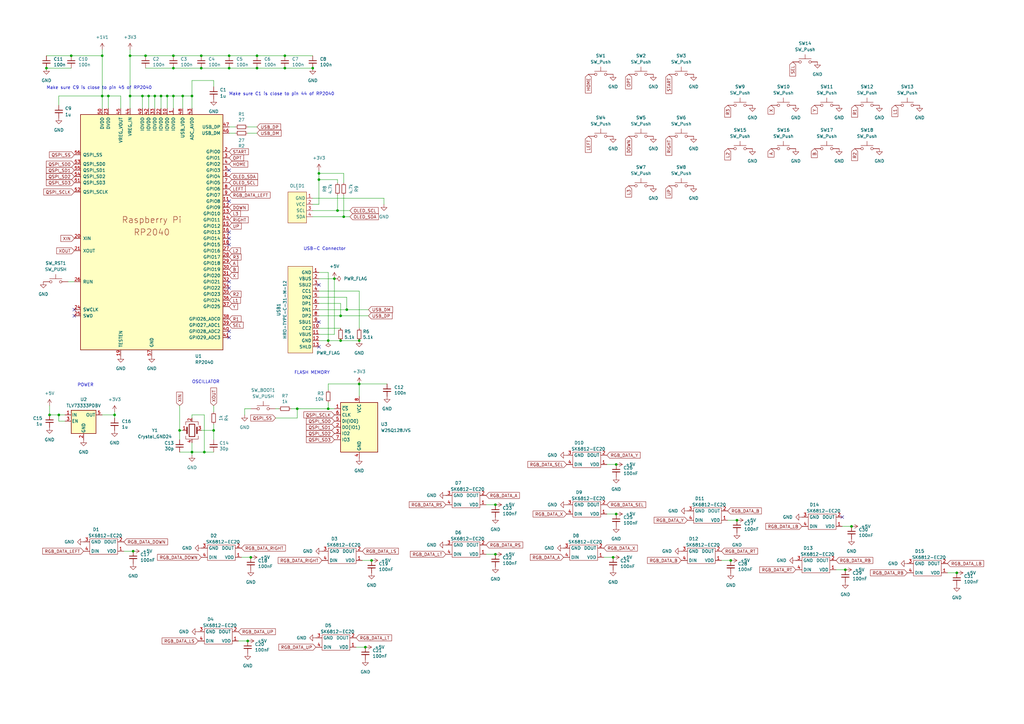
<source format=kicad_sch>
(kicad_sch (version 20230121) (generator eeschema)
  (paper "A3")
  (title_block (title "ergoSHIFT Rev.2") (date "2023-12-21") (rev "2"))
  (junction (at 140.97 88.9))
  (junction (at 71.12 27.94))
  (junction (at 73.66 176.53))
  (junction (at 41.91 39.37))
  (junction (at 137.16 114.3))
  (junction (at 139.7 139.7))
  (junction (at 252.73 210.82))
  (junction (at 139.7 129.54))
  (junction (at 60.96 39.37))
  (junction (at 101.6 262.89))
  (junction (at 130.81 73.66))
  (junction (at 302.26 213.36))
  (junction (at 53.34 39.37))
  (junction (at 134.62 167.64))
  (junction (at 116.84 22.86))
  (junction (at 130.81 71.12))
  (junction (at 299.72 229.87))
  (junction (at 203.2 207.01))
  (junction (at 147.32 139.7))
  (junction (at 152.4 229.87))
  (junction (at 149.86 265.43))
  (junction (at 134.62 139.7))
  (junction (at 87.63 176.53))
  (junction (at 116.84 27.94))
  (junction (at 147.32 157.48))
  (junction (at 121.92 167.64))
  (junction (at 59.69 22.86))
  (junction (at 53.34 22.86))
  (junction (at 78.74 185.42))
  (junction (at 93.98 22.86))
  (junction (at 63.5 39.37))
  (junction (at 82.55 22.86))
  (junction (at 19.05 27.94))
  (junction (at 74.93 39.37))
  (junction (at 44.45 39.37))
  (junction (at 93.98 27.94))
  (junction (at 138.43 86.36))
  (junction (at 346.71 233.68))
  (junction (at 142.24 127))
  (junction (at 54.61 226.06))
  (junction (at 102.87 228.6))
  (junction (at 29.21 22.86))
  (junction (at 105.41 22.86))
  (junction (at 105.41 27.94))
  (junction (at 24.13 170.18))
  (junction (at 82.55 27.94))
  (junction (at 78.74 39.37))
  (junction (at 349.25 215.9))
  (junction (at 68.58 39.37))
  (junction (at 83.82 185.42))
  (junction (at 41.91 22.86))
  (junction (at 20.32 170.18))
  (junction (at 71.12 22.86))
  (junction (at 252.73 190.5))
  (junction (at 66.04 39.37))
  (junction (at 71.12 39.37))
  (junction (at 251.46 228.6))
  (junction (at 128.27 27.94))
  (junction (at 203.2 227.33))
  (junction (at 392.43 234.95))
  (junction (at 58.42 39.37))
  (junction (at 46.99 170.18))
  (no_connect (at 345.44 212.09))
  (no_connect (at 93.98 95.25))
  (no_connect (at 30.48 127))
  (no_connect (at 130.81 132.08))
  (no_connect (at 93.98 97.79))
  (no_connect (at 130.81 142.24))
  (no_connect (at 130.81 116.84))
  (no_connect (at 93.98 135.89))
  (no_connect (at 93.98 138.43))
  (no_connect (at 93.98 100.33))
  (no_connect (at 93.98 118.11))
  (no_connect (at 30.48 129.54))
  (no_connect (at 93.98 82.55))
  (no_connect (at 93.98 115.57))
  (no_connect (at 93.98 69.85))
  (wire (pts (xy 87.63 166.37) (xy 87.63 168.91)))
  (wire (pts (xy 342.9 233.68) (xy 346.71 233.68)))
  (wire (pts (xy 41.91 39.37) (xy 44.45 39.37)))
  (wire (pts (xy 44.45 39.37) (xy 44.45 44.45)))
  (wire (pts (xy 46.99 170.18) (xy 46.99 171.45)))
  (wire (pts (xy 82.55 22.86) (xy 93.98 22.86)))
  (wire (pts (xy 130.81 139.7) (xy 134.62 139.7)))
  (wire (pts (xy 116.84 27.94) (xy 128.27 27.94)))
  (wire (pts (xy 20.32 170.18) (xy 24.13 170.18)))
  (wire (pts (xy 78.74 44.45) (xy 78.74 39.37)))
  (wire (pts (xy 97.79 262.89) (xy 101.6 262.89)))
  (wire (pts (xy 130.81 114.3) (xy 137.16 114.3)))
  (wire (pts (xy 138.43 86.36) (xy 143.51 86.36)))
  (wire (pts (xy 140.97 88.9) (xy 128.27 88.9)))
  (wire (pts (xy 63.5 39.37) (xy 63.5 44.45)))
  (wire (pts (xy 73.66 185.42) (xy 78.74 185.42)))
  (wire (pts (xy 134.62 160.02) (xy 134.62 157.48)))
  (wire (pts (xy 140.97 80.01) (xy 140.97 88.9)))
  (wire (pts (xy 139.7 129.54) (xy 151.13 129.54)))
  (wire (pts (xy 134.62 157.48) (xy 147.32 157.48)))
  (wire (pts (xy 130.81 127) (xy 142.24 127)))
  (wire (pts (xy 148.59 229.87) (xy 152.4 229.87)))
  (wire (pts (xy 58.42 39.37) (xy 60.96 39.37)))
  (wire (pts (xy 142.24 121.92) (xy 142.24 127)))
  (wire (pts (xy 78.74 33.02) (xy 78.74 39.37)))
  (wire (pts (xy 130.81 124.46) (xy 139.7 124.46)))
  (wire (pts (xy 146.05 265.43) (xy 149.86 265.43)))
  (wire (pts (xy 73.66 166.37) (xy 73.66 176.53)))
  (wire (pts (xy 139.7 139.7) (xy 147.32 139.7)))
  (wire (pts (xy 134.62 167.64) (xy 137.16 167.64)))
  (wire (pts (xy 128.27 86.36) (xy 138.43 86.36)))
  (wire (pts (xy 138.43 73.66) (xy 130.81 73.66)))
  (wire (pts (xy 140.97 74.93) (xy 140.97 71.12)))
  (wire (pts (xy 73.66 176.53) (xy 73.66 180.34)))
  (wire (pts (xy 388.62 234.95) (xy 392.43 234.95)))
  (wire (pts (xy 41.91 44.45) (xy 41.91 39.37)))
  (wire (pts (xy 60.96 39.37) (xy 60.96 44.45)))
  (wire (pts (xy 50.8 226.06) (xy 54.61 226.06)))
  (wire (pts (xy 53.34 39.37) (xy 53.34 44.45)))
  (wire (pts (xy 27.94 115.57) (xy 30.48 115.57)))
  (wire (pts (xy 63.5 39.37) (xy 66.04 39.37)))
  (wire (pts (xy 83.82 170.18) (xy 83.82 185.42)))
  (wire (pts (xy 78.74 171.45) (xy 78.74 170.18)))
  (wire (pts (xy 101.6 54.61) (xy 105.41 54.61)))
  (wire (pts (xy 137.16 137.16) (xy 130.81 137.16)))
  (wire (pts (xy 100.33 167.64) (xy 102.87 167.64)))
  (wire (pts (xy 199.39 227.33) (xy 203.2 227.33)))
  (wire (pts (xy 78.74 170.18) (xy 83.82 170.18)))
  (wire (pts (xy 19.05 27.94) (xy 29.21 27.94)))
  (wire (pts (xy 93.98 54.61) (xy 96.52 54.61)))
  (wire (pts (xy 248.92 210.82) (xy 252.73 210.82)))
  (wire (pts (xy 73.66 176.53) (xy 74.93 176.53)))
  (wire (pts (xy 130.81 73.66) (xy 130.81 83.82)))
  (wire (pts (xy 143.51 88.9) (xy 140.97 88.9)))
  (wire (pts (xy 87.63 180.34) (xy 87.63 176.53)))
  (wire (pts (xy 53.34 20.32) (xy 53.34 22.86)))
  (wire (pts (xy 71.12 39.37) (xy 68.58 39.37)))
  (wire (pts (xy 130.81 69.85) (xy 130.81 71.12)))
  (wire (pts (xy 59.69 22.86) (xy 71.12 22.86)))
  (wire (pts (xy 46.99 168.91) (xy 46.99 170.18)))
  (wire (pts (xy 71.12 39.37) (xy 71.12 44.45)))
  (wire (pts (xy 298.45 213.36) (xy 302.26 213.36)))
  (wire (pts (xy 147.32 157.48) (xy 158.75 157.48)))
  (wire (pts (xy 248.92 190.5) (xy 252.73 190.5)))
  (wire (pts (xy 74.93 39.37) (xy 74.93 44.45)))
  (wire (pts (xy 93.98 27.94) (xy 105.41 27.94)))
  (wire (pts (xy 60.96 39.37) (xy 63.5 39.37)))
  (wire (pts (xy 121.92 167.64) (xy 121.92 171.45)))
  (wire (pts (xy 147.32 119.38) (xy 130.81 119.38)))
  (wire (pts (xy 58.42 39.37) (xy 58.42 44.45)))
  (wire (pts (xy 345.44 215.9) (xy 349.25 215.9)))
  (wire (pts (xy 29.21 22.86) (xy 41.91 22.86)))
  (wire (pts (xy 26.67 172.72) (xy 24.13 172.72)))
  (wire (pts (xy 134.62 165.1) (xy 134.62 167.64)))
  (wire (pts (xy 157.48 81.28) (xy 157.48 83.82)))
  (wire (pts (xy 20.32 166.37) (xy 20.32 170.18)))
  (wire (pts (xy 53.34 22.86) (xy 59.69 22.86)))
  (wire (pts (xy 24.13 172.72) (xy 24.13 170.18)))
  (wire (pts (xy 93.98 52.07) (xy 96.52 52.07)))
  (wire (pts (xy 295.91 229.87) (xy 299.72 229.87)))
  (wire (pts (xy 121.92 167.64) (xy 134.62 167.64)))
  (wire (pts (xy 130.81 83.82) (xy 128.27 83.82)))
  (wire (pts (xy 87.63 176.53) (xy 82.55 176.53)))
  (wire (pts (xy 99.06 228.6) (xy 102.87 228.6)))
  (wire (pts (xy 134.62 111.76) (xy 130.81 111.76)))
  (wire (pts (xy 74.93 39.37) (xy 71.12 39.37)))
  (wire (pts (xy 24.13 39.37) (xy 41.91 39.37)))
  (wire (pts (xy 139.7 124.46) (xy 139.7 129.54)))
  (wire (pts (xy 130.81 121.92) (xy 142.24 121.92)))
  (wire (pts (xy 53.34 39.37) (xy 58.42 39.37)))
  (wire (pts (xy 101.6 52.07) (xy 105.41 52.07)))
  (wire (pts (xy 78.74 185.42) (xy 83.82 185.42)))
  (wire (pts (xy 130.81 129.54) (xy 139.7 129.54)))
  (wire (pts (xy 68.58 39.37) (xy 68.58 44.45)))
  (wire (pts (xy 116.84 22.86) (xy 128.27 22.86)))
  (wire (pts (xy 41.91 22.86) (xy 41.91 39.37)))
  (wire (pts (xy 19.05 22.86) (xy 29.21 22.86)))
  (wire (pts (xy 134.62 139.7) (xy 134.62 111.76)))
  (wire (pts (xy 41.91 170.18) (xy 46.99 170.18)))
  (wire (pts (xy 134.62 139.7) (xy 139.7 139.7)))
  (wire (pts (xy 199.39 207.01) (xy 203.2 207.01)))
  (wire (pts (xy 53.34 22.86) (xy 53.34 39.37)))
  (wire (pts (xy 87.63 35.56) (xy 87.63 33.02)))
  (wire (pts (xy 105.41 27.94) (xy 116.84 27.94)))
  (wire (pts (xy 100.33 170.18) (xy 100.33 167.64)))
  (wire (pts (xy 130.81 134.62) (xy 139.7 134.62)))
  (wire (pts (xy 82.55 27.94) (xy 93.98 27.94)))
  (wire (pts (xy 78.74 185.42) (xy 78.74 186.69)))
  (wire (pts (xy 247.65 228.6) (xy 251.46 228.6)))
  (wire (pts (xy 71.12 27.94) (xy 82.55 27.94)))
  (wire (pts (xy 119.38 167.64) (xy 121.92 167.64)))
  (wire (pts (xy 87.63 33.02) (xy 78.74 33.02)))
  (wire (pts (xy 140.97 71.12) (xy 130.81 71.12)))
  (wire (pts (xy 130.81 71.12) (xy 130.81 73.66)))
  (wire (pts (xy 87.63 173.99) (xy 87.63 176.53)))
  (wire (pts (xy 128.27 81.28) (xy 157.48 81.28)))
  (wire (pts (xy 83.82 185.42) (xy 87.63 185.42)))
  (wire (pts (xy 71.12 22.86) (xy 82.55 22.86)))
  (wire (pts (xy 78.74 181.61) (xy 78.74 185.42)))
  (wire (pts (xy 78.74 39.37) (xy 74.93 39.37)))
  (wire (pts (xy 105.41 22.86) (xy 116.84 22.86)))
  (wire (pts (xy 147.32 134.62) (xy 147.32 119.38)))
  (wire (pts (xy 138.43 80.01) (xy 138.43 86.36)))
  (wire (pts (xy 113.03 171.45) (xy 121.92 171.45)))
  (wire (pts (xy 44.45 39.37) (xy 49.53 39.37)))
  (wire (pts (xy 137.16 114.3) (xy 137.16 137.16)))
  (wire (pts (xy 142.24 127) (xy 151.13 127)))
  (wire (pts (xy 138.43 74.93) (xy 138.43 73.66)))
  (wire (pts (xy 66.04 39.37) (xy 68.58 39.37)))
  (wire (pts (xy 113.03 167.64) (xy 114.3 167.64)))
  (wire (pts (xy 49.53 39.37) (xy 49.53 44.45)))
  (wire (pts (xy 24.13 43.18) (xy 24.13 39.37)))
  (wire (pts (xy 24.13 170.18) (xy 26.67 170.18)))
  (wire (pts (xy 59.69 27.94) (xy 71.12 27.94)))
  (wire (pts (xy 147.32 157.48) (xy 147.32 162.56)))
  (wire (pts (xy 66.04 44.45) (xy 66.04 39.37)))
  (wire (pts (xy 93.98 22.86) (xy 105.41 22.86)))
  (wire (pts (xy 41.91 20.32) (xy 41.91 22.86)))
  (text "FLASH MEMORY" (at 120.65 153.67 0) (effects (font (size 1.27 1.27)) (justify left bottom)))
  (text "OSCILLATOR\n" (at 78.74 157.48 0) (effects (font (size 1.27 1.27)) (justify left bottom)))
  (text "Make sure C9 is close to pin 45 of RP2040" (at 19.05 36.83 0) (effects (font (size 1.27 1.27)) (justify left bottom)))
  (text "Make sure C1 is close to pin 44 of RP2040" (at 137.16 39.37 0) (effects (font (size 1.27 1.27)) (justify right bottom)))
  (text "USB-C Connector" (at 124.46 102.87 0) (effects (font (size 1.27 1.27)) (justify left bottom)))
  (text "POWER\n" (at 31.75 158.75 0) (effects (font (size 1.27 1.27)) (justify left bottom)))
  (global_label "L2" (shape input) (at 93.98 102.87 0) (property "Intersheetrefs" "${INTERSHEET_REFS}" (effects hide)))
  (global_label "RGB_DATA_LS" (shape input) (at 148.59 226.06 0) (property "Intersheetrefs" "${INTERSHEET_REFS}" (effects hide)))
  (global_label "LEFT" (shape input) (at 241.3 55.88 270) (property "Intersheetrefs" "${INTERSHEET_REFS}" (effects hide)))
  (global_label "X" (shape input) (at 93.98 113.03 0) (property "Intersheetrefs" "${INTERSHEET_REFS}" (effects hide)))
  (global_label "RGB_DATA_RB" (shape input) (at 342.9 229.87 0) (property "Intersheetrefs" "${INTERSHEET_REFS}" (effects hide)))
  (global_label "LEFT" (shape input) (at 93.98 77.47 0) (property "Intersheetrefs" "${INTERSHEET_REFS}" (effects hide)))
  (global_label "RGB_DATA_RT" (shape input) (at 295.91 226.06 0) (property "Intersheetrefs" "${INTERSHEET_REFS}" (effects hide)))
  (global_label "QSPI_SD2" (shape input) (at 137.16 177.8 180) (property "Intersheetrefs" "${INTERSHEET_REFS}" (effects hide)))
  (global_label "QSPI_SS" (shape input) (at 113.03 171.45 180) (property "Intersheetrefs" "${INTERSHEET_REFS}" (effects hide)))
  (global_label "RGB_DATA_SEL" (shape input) (at 232.41 190.5 180) (property "Intersheetrefs" "${INTERSHEET_REFS}" (effects hide)))
  (global_label "UP" (shape input) (at 274.32 76.2 270) (property "Intersheetrefs" "${INTERSHEET_REFS}" (effects hide)))
  (global_label "RGB_DATA_Y" (shape input) (at 248.92 186.69 0) (property "Intersheetrefs" "${INTERSHEET_REFS}" (effects hide)))
  (global_label "L2" (shape input) (at 298.45 60.96 270) (property "Intersheetrefs" "${INTERSHEET_REFS}" (effects hide)))
  (global_label "A" (shape input) (at 93.98 107.95 0) (property "Intersheetrefs" "${INTERSHEET_REFS}" (effects hide)))
  (global_label "XOUT" (shape input) (at 87.63 166.37 90) (property "Intersheetrefs" "${INTERSHEET_REFS}" (effects hide)))
  (global_label "USB_DP" (shape input) (at 151.13 129.54 0) (property "Intersheetrefs" "${INTERSHEET_REFS}" (effects hide)))
  (global_label "QSPI_SD3" (shape input) (at 137.16 180.34 180) (property "Intersheetrefs" "${INTERSHEET_REFS}" (effects hide)))
  (global_label "RGB_DATA_LT" (shape input) (at 182.88 227.33 180) (property "Intersheetrefs" "${INTERSHEET_REFS}" (effects hide)))
  (global_label "R1" (shape input) (at 93.98 130.81 0) (property "Intersheetrefs" "${INTERSHEET_REFS}" (effects hide)))
  (global_label "RGB_DATA_LEFT" (shape input) (at 34.29 226.06 180) (property "Intersheetrefs" "${INTERSHEET_REFS}" (effects hide)))
  (global_label "R3" (shape input) (at 298.45 43.18 270) (property "Intersheetrefs" "${INTERSHEET_REFS}" (effects hide)))
  (global_label "RIGHT" (shape input) (at 93.98 90.17 0) (property "Intersheetrefs" "${INTERSHEET_REFS}" (effects hide)))
  (global_label "OPT" (shape input) (at 93.98 64.77 0) (property "Intersheetrefs" "${INTERSHEET_REFS}" (effects hide)))
  (global_label "R1" (shape input) (at 350.52 43.18 270) (property "Intersheetrefs" "${INTERSHEET_REFS}" (effects hide)))
  (global_label "RGB_DATA_RIGHT" (shape input) (at 132.08 229.87 180) (property "Intersheetrefs" "${INTERSHEET_REFS}" (effects hide)))
  (global_label "QSPI_SD1" (shape input) (at 137.16 175.26 180) (property "Intersheetrefs" "${INTERSHEET_REFS}" (effects hide)))
  (global_label "HOME" (shape input) (at 93.98 67.31 0) (property "Intersheetrefs" "${INTERSHEET_REFS}" (effects hide)))
  (global_label "RGB_DATA_LEFT" (shape input) (at 93.98 80.01 0) (property "Intersheetrefs" "${INTERSHEET_REFS}" (effects hide)))
  (global_label "RGB_DATA_A" (shape input) (at 231.14 228.6 180) (property "Intersheetrefs" "${INTERSHEET_REFS}" (effects hide)))
  (global_label "UP" (shape input) (at 93.98 92.71 0) (property "Intersheetrefs" "${INTERSHEET_REFS}" (effects hide)))
  (global_label "B" (shape input) (at 93.98 110.49 0) (property "Intersheetrefs" "${INTERSHEET_REFS}" (effects hide)))
  (global_label "OLED_SCL" (shape input) (at 143.51 86.36 0) (property "Intersheetrefs" "${INTERSHEET_REFS}" (effects hide)))
  (global_label "RGB_DATA_RT" (shape input) (at 326.39 233.68 180) (property "Intersheetrefs" "${INTERSHEET_REFS}" (effects hide)))
  (global_label "USB_DM" (shape input) (at 151.13 127 0) (property "Intersheetrefs" "${INTERSHEET_REFS}" (effects hide)))
  (global_label "RGB_DATA_X" (shape input) (at 232.41 210.82 180) (property "Intersheetrefs" "${INTERSHEET_REFS}" (effects hide)))
  (global_label "RIGHT" (shape input) (at 274.32 55.88 270) (property "Intersheetrefs" "${INTERSHEET_REFS}" (effects hide)))
  (global_label "DOWN" (shape input) (at 93.98 85.09 0) (property "Intersheetrefs" "${INTERSHEET_REFS}" (effects hide)))
  (global_label "L1" (shape input) (at 93.98 123.19 0) (property "Intersheetrefs" "${INTERSHEET_REFS}" (effects hide)))
  (global_label "R3" (shape input) (at 93.98 105.41 0) (property "Intersheetrefs" "${INTERSHEET_REFS}" (effects hide)))
  (global_label "RGB_DATA_X" (shape input) (at 247.65 224.79 0) (property "Intersheetrefs" "${INTERSHEET_REFS}" (effects hide)))
  (global_label "R2" (shape input) (at 350.52 60.96 270) (property "Intersheetrefs" "${INTERSHEET_REFS}" (effects hide)))
  (global_label "XIN" (shape input) (at 73.66 166.37 90) (property "Intersheetrefs" "${INTERSHEET_REFS}" (effects hide)))
  (global_label "SEL" (shape input) (at 93.98 133.35 0) (property "Intersheetrefs" "${INTERSHEET_REFS}" (effects hide)))
  (global_label "L3" (shape input) (at 257.81 76.2 270) (property "Intersheetrefs" "${INTERSHEET_REFS}" (effects hide)))
  (global_label "RGB_DATA_LB" (shape input) (at 388.62 231.14 0) (property "Intersheetrefs" "${INTERSHEET_REFS}" (effects hide)))
  (global_label "QSPI_SD3" (shape input) (at 30.48 74.93 180) (property "Intersheetrefs" "${INTERSHEET_REFS}" (effects hide)))
  (global_label "RGB_DATA_B" (shape input) (at 279.4 229.87 180) (property "Intersheetrefs" "${INTERSHEET_REFS}" (effects hide)))
  (global_label "RGB_DATA_UP" (shape input) (at 129.54 265.43 180) (property "Intersheetrefs" "${INTERSHEET_REFS}" (effects hide)))
  (global_label "START" (shape input) (at 93.98 62.23 0) (property "Intersheetrefs" "${INTERSHEET_REFS}" (effects hide)))
  (global_label "RGB_DATA_LS" (shape input) (at 81.28 262.89 180) (property "Intersheetrefs" "${INTERSHEET_REFS}" (effects hide)))
  (global_label "XIN" (shape input) (at 30.48 97.79 180) (property "Intersheetrefs" "${INTERSHEET_REFS}" (effects hide)))
  (global_label "RGB_DATA_B" (shape input) (at 298.45 209.55 0) (property "Intersheetrefs" "${INTERSHEET_REFS}" (effects hide)))
  (global_label "R2" (shape input) (at 93.98 120.65 0) (property "Intersheetrefs" "${INTERSHEET_REFS}" (effects hide)))
  (global_label "RGB_DATA_DOWN" (shape input) (at 82.55 228.6 180) (property "Intersheetrefs" "${INTERSHEET_REFS}" (effects hide)))
  (global_label "QSPI_SD0" (shape input) (at 137.16 172.72 180) (property "Intersheetrefs" "${INTERSHEET_REFS}" (effects hide)))
  (global_label "RGB_DATA_DOWN" (shape input) (at 50.8 222.25 0) (property "Intersheetrefs" "${INTERSHEET_REFS}" (effects hide)))
  (global_label "OLED_SDA" (shape input) (at 143.51 88.9 0) (property "Intersheetrefs" "${INTERSHEET_REFS}" (effects hide)))
  (global_label "START" (shape input) (at 274.32 30.48 270) (property "Intersheetrefs" "${INTERSHEET_REFS}" (effects hide)))
  (global_label "QSPI_SD1" (shape input) (at 30.48 69.85 180) (property "Intersheetrefs" "${INTERSHEET_REFS}" (effects hide)))
  (global_label "RGB_DATA_Y" (shape input) (at 281.94 213.36 180) (property "Intersheetrefs" "${INTERSHEET_REFS}" (effects hide)))
  (global_label "Y" (shape input) (at 334.01 43.18 270) (property "Intersheetrefs" "${INTERSHEET_REFS}" (effects hide)))
  (global_label "QSPI_SS" (shape input) (at 30.48 63.5 180) (property "Intersheetrefs" "${INTERSHEET_REFS}" (effects hide)))
  (global_label "X" (shape input) (at 316.23 43.18 270) (property "Intersheetrefs" "${INTERSHEET_REFS}" (effects hide)))
  (global_label "RGB_DATA_LT" (shape input) (at 146.05 261.62 0) (property "Intersheetrefs" "${INTERSHEET_REFS}" (effects hide)))
  (global_label "QSPI_SCLK" (shape input) (at 137.16 170.18 180) (property "Intersheetrefs" "${INTERSHEET_REFS}" (effects hide)))
  (global_label "Y" (shape input) (at 93.98 125.73 0) (property "Intersheetrefs" "${INTERSHEET_REFS}" (effects hide)))
  (global_label "RGB_DATA_A" (shape input) (at 199.39 203.2 0) (property "Intersheetrefs" "${INTERSHEET_REFS}" (effects hide)))
  (global_label "XOUT" (shape input) (at 30.48 102.87 180) (property "Intersheetrefs" "${INTERSHEET_REFS}" (effects hide)))
  (global_label "QSPI_SD0" (shape input) (at 30.48 67.31 180) (property "Intersheetrefs" "${INTERSHEET_REFS}" (effects hide)))
  (global_label "OPT" (shape input) (at 257.81 30.48 270) (property "Intersheetrefs" "${INTERSHEET_REFS}" (effects hide)))
  (global_label "QSPI_SD2" (shape input) (at 30.48 72.39 180) (property "Intersheetrefs" "${INTERSHEET_REFS}" (effects hide)))
  (global_label "HOME" (shape input) (at 241.3 30.48 270) (property "Intersheetrefs" "${INTERSHEET_REFS}" (effects hide)))
  (global_label "OLED_SCL" (shape input) (at 93.98 74.93 0) (property "Intersheetrefs" "${INTERSHEET_REFS}" (effects hide)))
  (global_label "RGB_DATA_RS" (shape input) (at 199.39 223.52 0) (property "Intersheetrefs" "${INTERSHEET_REFS}" (effects hide)))
  (global_label "SEL" (shape input) (at 325.12 25.4 270) (property "Intersheetrefs" "${INTERSHEET_REFS}" (effects hide)))
  (global_label "A" (shape input) (at 316.23 60.96 270) (property "Intersheetrefs" "${INTERSHEET_REFS}" (effects hide)))
  (global_label "RGB_DATA_RS" (shape input) (at 182.88 207.01 180) (property "Intersheetrefs" "${INTERSHEET_REFS}" (effects hide)))
  (global_label "B" (shape input) (at 334.01 60.96 270) (property "Intersheetrefs" "${INTERSHEET_REFS}" (effects hide)))
  (global_label "L3" (shape input) (at 93.98 87.63 0) (property "Intersheetrefs" "${INTERSHEET_REFS}" (effects hide)))
  (global_label "RGB_DATA_UP" (shape input) (at 97.79 259.08 0) (property "Intersheetrefs" "${INTERSHEET_REFS}" (effects hide)))
  (global_label "DOWN" (shape input) (at 257.81 55.88 270) (property "Intersheetrefs" "${INTERSHEET_REFS}" (effects hide)))
  (global_label "RGB_DATA_LB" (shape input) (at 328.93 215.9 180) (property "Intersheetrefs" "${INTERSHEET_REFS}" (effects hide)))
  (global_label "QSPI_SCLK" (shape input) (at 30.48 78.74 180) (property "Intersheetrefs" "${INTERSHEET_REFS}" (effects hide)))
  (global_label "RGB_DATA_RIGHT" (shape input) (at 99.06 224.79 0) (property "Intersheetrefs" "${INTERSHEET_REFS}" (effects hide)))
  (global_label "L1" (shape input) (at 367.03 43.18 270) (property "Intersheetrefs" "${INTERSHEET_REFS}" (effects hide)))
  (global_label "RGB_DATA_SEL" (shape input) (at 248.92 207.01 0) (property "Intersheetrefs" "${INTERSHEET_REFS}" (effects hide)))
  (global_label "OLED_SDA" (shape input) (at 93.98 72.39 0) (property "Intersheetrefs" "${INTERSHEET_REFS}" (effects hide)))
  (global_label "RGB_DATA_RB" (shape input) (at 372.11 234.95 180) (property "Intersheetrefs" "${INTERSHEET_REFS}" (effects hide)))
  (global_label "USB_DM" (shape input) (at 105.41 54.61 0) (property "Intersheetrefs" "${INTERSHEET_REFS}" (effects hide)))
  (global_label "USB_DP" (shape input) (at 105.41 52.07 0) (property "Intersheetrefs" "${INTERSHEET_REFS}" (effects hide)))
  (symbol (lib_id "power:GND") (at 326.39 229.87 270) (unit 1)
    (property "Reference" "#PWR078" (effects hide))
    (property "Value" "GND" (at 322.58 229.8699 90) (effects (justify right)))
  )
  (symbol (lib_id "Device:C_Small") (at 93.98 25.4 0) (unit 1)
    (property "Reference" "C5" (at 96.901 24.2316 0) (effects (justify left)))
    (property "Value" "100n" (at 96.901 26.543 0) (effects (justify left)))
    (property "Footprint" "Capacitor_SMD:C_0402_1005Metric" (effects hide))
    (property "LCSC" "C1525" (effects hide))
  )
  (symbol (lib_id "Device:R_Small") (at 134.62 162.56 0) (mirror y) (unit 1)
    (property "Reference" "R3" (at 132.842 161.3916 0) (effects (justify left)))
    (property "Value" "10k" (at 132.842 163.703 0) (effects (justify left)))
    (property "Footprint" "Resistor_SMD:R_0402_1005Metric" (effects hide))
    (property "LCSC" "C25744" (effects hide))
  )
  (symbol (lib_id "Device:C_Small") (at 54.61 228.6 0) (unit 1)
    (property "Reference" "C17" (at 57.531 227.4316 0) (effects (justify left)))
    (property "Value" "100nF" (at 57.531 229.743 0) (effects (justify left)))
    (property "Footprint" "Capacitor_SMD:C_0402_1005Metric" (effects hide))
    (property "LCSC" "C52923" (effects hide))
  )
  (symbol (lib_id "power:GND") (at 24.13 48.26 0) (unit 1)
    (property "Reference" "#PWR04" (effects hide))
    (property "Value" "GND" (at 24.13 53.34 0))
  )
  (symbol (lib_id "Device:C_Small") (at 252.73 213.36 0) (unit 1)
    (property "Reference" "C25" (at 255.651 212.1916 0) (effects (justify left)))
    (property "Value" "100nF" (at 255.651 214.503 0) (effects (justify left)))
    (property "Footprint" "Capacitor_SMD:C_0402_1005Metric" (effects hide))
    (property "LCSC" "C52923" (effects hide))
  )
  (symbol (lib_id "Device:R_Small") (at 99.06 52.07 270) (unit 1)
    (property "Reference" "R1" (at 99.06 46.8122 90))
    (property "Value" "27" (at 99.06 49.1236 90))
    (property "Footprint" "Resistor_SMD:R_0402_1005Metric" (effects hide))
    (property "LCSC" "C138021" (effects hide))
  )
  (symbol (lib_id "Switch:SW_Push") (at 279.4 30.48 0) (unit 1)
    (property "Reference" "SW3" (at 279.4 22.86 0))
    (property "Value" "SW_Push" (at 279.4 25.4 0))
    (property "Footprint" "Button_Switch_THT:SW_PUSH_6mm_H8.5mm" (effects hide))
  )
  (symbol (lib_id "LED:SK6812-EC20") (at 134.62 224.79 0) (unit 1)
    (property "Reference" "D3" (at 137.16 220.98 0))
    (property "Value" "SK6812-EC20" (at 140.97 223.52 0))
    (property "Footprint" "LED_SMD:LED_SK6812_EC20_2.0x2.0mm" (effects hide))
    (property "LCSC" "C2909058" (effects hide))
  )
  (symbol (lib_id "power:GND") (at 284.48 76.2 0) (unit 1)
    (property "Reference" "#PWR031" (effects hide))
    (property "Value" "GND" (at 284.48 81.28 0))
  )
  (symbol (lib_id "Device:C_Small") (at 29.21 25.4 0) (unit 1)
    (property "Reference" "C10" (at 32.131 24.2316 0) (effects (justify left)))
    (property "Value" "100n" (at 32.131 26.543 0) (effects (justify left)))
    (property "Footprint" "Capacitor_SMD:C_0402_1005Metric" (effects hide))
    (property "LCSC" "C1525" (effects hide))
  )
  (symbol (lib_id "power:GND") (at 252.73 195.58 0) (unit 1)
    (property "Reference" "#PWR071" (effects hide))
    (property "Value" "GND" (at 252.73 200.66 0))
  )
  (symbol (lib_id "power:GND") (at 182.88 203.2 270) (unit 1)
    (property "Reference" "#PWR060" (effects hide))
    (property "Value" "GND" (at 179.07 203.1999 90) (effects (justify right)))
  )
  (symbol (lib_id "power:GND") (at 302.26 218.44 0) (unit 1)
    (property "Reference" "#PWR074" (effects hide))
    (property "Value" "GND" (at 302.26 223.52 0))
  )
  (symbol (lib_id "power:GND") (at 251.46 30.48 0) (unit 1)
    (property "Reference" "#PWR024" (effects hide))
    (property "Value" "GND" (at 251.46 35.56 0))
  )
  (symbol (lib_id "LED:SK6812-EC20") (at 36.83 220.98 0) (unit 1)
    (property "Reference" "D1" (at 39.37 217.17 0))
    (property "Value" "SK6812-EC20" (at 43.18 219.71 0))
    (property "Footprint" "LED_SMD:LED_SK6812_EC20_2.0x2.0mm" (effects hide))
    (property "LCSC" "C2909058" (effects hide))
  )
  (symbol (lib_id "Device:C_Small") (at 299.72 232.41 0) (unit 1)
    (property "Reference" "C28" (at 302.641 231.2416 0) (effects (justify left)))
    (property "Value" "100nF" (at 302.641 233.553 0) (effects (justify left)))
    (property "Footprint" "Capacitor_SMD:C_0402_1005Metric" (effects hide))
    (property "LCSC" "C52923" (effects hide))
  )
  (symbol (lib_id "power:+5V") (at 102.87 228.6 270) (unit 1)
    (property "Reference" "#PWR044" (effects hide))
    (property "Value" "+5V" (at 106.68 228.5999 90) (effects (justify left)))
  )
  (symbol (lib_id "Device:C_Small") (at 349.25 218.44 0) (unit 1)
    (property "Reference" "C30" (at 352.171 217.2716 0) (effects (justify left)))
    (property "Value" "100nF" (at 352.171 219.583 0) (effects (justify left)))
    (property "Footprint" "Capacitor_SMD:C_0402_1005Metric" (effects hide))
    (property "LCSC" "C52923" (effects hide))
  )
  (symbol (lib_id "Device:C_Small") (at 116.84 25.4 0) (unit 1)
    (property "Reference" "C7" (at 119.761 24.2316 0) (effects (justify left)))
    (property "Value" "100n" (at 119.761 26.543 0) (effects (justify left)))
    (property "Footprint" "Capacitor_SMD:C_0402_1005Metric" (effects hide))
    (property "LCSC" "C1525" (effects hide))
  )
  (symbol (lib_id "power:GND") (at 81.28 259.08 270) (unit 1)
    (property "Reference" "#PWR051" (effects hide))
    (property "Value" "GND" (at 77.47 259.0799 90) (effects (justify right)))
  )
  (symbol (lib_id "Device:C_Small") (at 158.75 160.02 0) (unit 1)
    (property "Reference" "C12" (at 161.671 158.8516 0) (effects (justify left)))
    (property "Value" "100n" (at 161.671 161.163 0) (effects (justify left)))
    (property "Footprint" "Capacitor_SMD:C_0402_1005Metric" (effects hide))
    (property "LCSC" "C1525" (effects hide))
  )
  (symbol (lib_id "power:GND") (at 267.97 30.48 0) (unit 1)
    (property "Reference" "#PWR025" (effects hide))
    (property "Value" "GND" (at 267.97 35.56 0))
  )
  (symbol (lib_id "power:GND") (at 284.48 55.88 0) (unit 1)
    (property "Reference" "#PWR029" (effects hide))
    (property "Value" "GND" (at 284.48 60.96 0))
  )
  (symbol (lib_id "power:GND") (at 62.23 146.05 0) (unit 1)
    (property "Reference" "#PWR09" (effects hide))
    (property "Value" "GND" (at 62.23 151.13 0))
  )
  (symbol (lib_id "Device:C_Small") (at 82.55 25.4 0) (unit 1)
    (property "Reference" "C4" (at 85.471 24.2316 0) (effects (justify left)))
    (property "Value" "100n" (at 85.471 26.543 0) (effects (justify left)))
    (property "Footprint" "Capacitor_SMD:C_0402_1005Metric" (effects hide))
    (property "LCSC" "C1525" (effects hide))
  )
  (symbol (lib_id "power:+5V") (at 20.32 166.37 0) (unit 1)
    (property "Reference" "#PWR019" (effects hide))
    (property "Value" "+5V" (at 20.32 161.29 0))
  )
  (symbol (lib_id "LED:SK6812-EC20") (at 234.95 185.42 0) (unit 1)
    (property "Reference" "D10" (at 237.49 181.61 0))
    (property "Value" "SK6812-EC20" (at 241.3 184.15 0))
    (property "Footprint" "LED_SMD:LED_SK6812_EC20_2.0x2.0mm" (effects hide))
    (property "LCSC" "C2909058" (effects hide))
  )
  (symbol (lib_id "Device:C_Small") (at 203.2 209.55 0) (unit 1)
    (property "Reference" "C23" (at 206.121 208.3816 0) (effects (justify left)))
    (property "Value" "100nF" (at 206.121 210.693 0) (effects (justify left)))
    (property "Footprint" "Capacitor_SMD:C_0402_1005Metric" (effects hide))
    (property "LCSC" "C52923" (effects hide))
  )
  (symbol (lib_id "Device:C_Small") (at 392.43 237.49 0) (unit 1)
    (property "Reference" "C31" (at 395.351 236.3216 0) (effects (justify left)))
    (property "Value" "100nF" (at 395.351 238.633 0) (effects (justify left)))
    (property "Footprint" "Capacitor_SMD:C_0402_1005Metric" (effects hide))
    (property "LCSC" "C52923" (effects hide))
  )
  (symbol (lib_id "Regulator_Linear:TLV73333PDBV") (at 34.29 172.72 0) (unit 1)
    (property "Reference" "U2" (at 34.29 163.83 0))
    (property "Value" "TLV73333PDBV" (at 34.29 166.37 0))
    (property "Footprint" "Package_TO_SOT_SMD:SOT-23-5" (effects hide))
    (property "Datasheet" "http://www.ti.com/lit/ds/symlink/tlv733p.pdf" (effects hide))
    (property "LCSC" "C134139" (effects hide))
  )
  (symbol (lib_id "power:GND") (at 308.61 43.18 0) (unit 1)
    (property "Reference" "#PWR033" (effects hide))
    (property "Value" "GND" (at 308.61 48.26 0))
  )
  (symbol (lib_id "Memory_Flash:W25Q128JVS") (at 147.32 175.26 0) (unit 1)
    (property "Reference" "U3" (at 156.21 173.99 0) (effects (justify left)))
    (property "Value" "W25Q128JVS" (at 156.21 176.53 0) (effects (justify left)))
    (property "Footprint" "Package_SO:SOIC-8_5.23x5.23mm_P1.27mm" (effects hide))
    (property "Datasheet" "http://www.winbond.com/resource-files/w25q128jv_dtr%20revc%2003272018%20plus.pdf" (effects hide))
    (property "LCSC" "C97521" (effects hide))
  )
  (symbol (lib_id "power:GND") (at 326.39 60.96 0) (unit 1)
    (property "Reference" "#PWR039" (effects hide))
    (property "Value" "GND" (at 326.39 66.04 0))
  )
  (symbol (lib_id "power:GND") (at 377.19 43.18 0) (unit 1)
    (property "Reference" "#PWR037" (effects hide))
    (property "Value" "GND" (at 377.19 48.26 0))
  )
  (symbol (lib_id "power:GND") (at 251.46 233.68 0) (unit 1)
    (property "Reference" "#PWR065" (effects hide))
    (property "Value" "GND" (at 251.46 238.76 0))
  )
  (symbol (lib_id "Device:C_Small") (at 46.99 173.99 0) (unit 1)
    (property "Reference" "C16" (at 49.911 172.8216 0) (effects (justify left)))
    (property "Value" "1u" (at 49.911 175.133 0) (effects (justify left)))
    (property "Footprint" "Capacitor_SMD:C_0402_1005Metric" (effects hide))
    (property "LCSC" "C52923" (effects hide))
  )
  (symbol (lib_id "power:GND") (at 147.32 187.96 0) (unit 1)
    (property "Reference" "#PWR013" (effects hide))
    (property "Value" "GND" (at 147.32 193.04 0))
  )
  (symbol (lib_id "Device:C_Small") (at 251.46 231.14 0) (unit 1)
    (property "Reference" "C24" (at 254.381 229.9716 0) (effects (justify left)))
    (property "Value" "100nF" (at 254.381 232.283 0) (effects (justify left)))
    (property "Footprint" "Capacitor_SMD:C_0402_1005Metric" (effects hide))
    (property "LCSC" "C52923" (effects hide))
  )
  (symbol (lib_id "LED:SK6812-EC20") (at 374.65 229.87 0) (unit 1)
    (property "Reference" "D15" (at 377.19 226.06 0))
    (property "Value" "SK6812-EC20" (at 381 228.6 0))
    (property "Footprint" "LED_SMD:LED_SK6812_EC20_2.0x2.0mm" (effects hide))
    (property "LCSC" "C2909058" (effects hide))
  )
  (symbol (lib_id "power:GND") (at 46.99 176.53 0) (unit 1)
    (property "Reference" "#PWR016" (effects hide))
    (property "Value" "GND" (at 46.99 181.61 0))
  )
  (symbol (lib_id "ergoSHIFT-rev2:HRO-TYPE-C-31-M-12") (at 123.19 107.95 0) (unit 1)
    (property "Reference" "USB1" (at 114.3 127 90))
    (property "Value" "HRO-TYPE-C-31-M-12" (at 116.84 127 90))
    (property "Footprint" "Type-C:HRO-TYPE-C-31-M-12-Assembly" (effects hide))
    (property "LCSC" "C165948" (effects hide))
  )
  (symbol (lib_id "power:GND") (at 232.41 207.01 270) (unit 1)
    (property "Reference" "#PWR066" (effects hide))
    (property "Value" "GND" (at 228.6 207.0099 90) (effects (justify right)))
  )
  (symbol (lib_id "Device:C_Small") (at 302.26 215.9 0) (unit 1)
    (property "Reference" "C27" (at 305.181 214.7316 0) (effects (justify left)))
    (property "Value" "100nF" (at 305.181 217.043 0) (effects (justify left)))
    (property "Footprint" "Capacitor_SMD:C_0402_1005Metric" (effects hide))
    (property "LCSC" "C52923" (effects hide))
  )
  (symbol (lib_id "Switch:SW_Push") (at 303.53 43.18 0) (unit 1)
    (property "Reference" "SW9" (at 303.53 35.56 0))
    (property "Value" "SW_Push" (at 303.53 38.1 0))
    (property "Footprint" "keyswitches:Kailh_socket_PG1350" (effects hide))
  )
  (symbol (lib_id "Switch:SW_Push") (at 107.95 167.64 0) (unit 1)
    (property "Reference" "SW_BOOT1" (at 107.95 160.02 0))
    (property "Value" "SW_PUSH" (at 107.95 162.56 0))
    (property "Footprint" "ergoSHIFT:SW_Tactile_Yushakobo 3x6x4.3mm" (effects hide))
  )
  (symbol (lib_id "power:PWR_FLAG") (at 137.16 114.3 270) (unit 1)
    (property "Reference" "#FLG01" (effects hide))
    (property "Value" "PWR_FLAG" (at 140.97 114.3 90) (effects (justify left)))
  )
  (symbol (lib_id "Device:R_Small") (at 138.43 77.47 0) (unit 1)
    (property "Reference" "R8" (at 133.1722 77.47 90))
    (property "Value" "4.7k" (at 135.4836 77.47 90))
    (property "Footprint" "Resistor_SMD:R_0603_1608Metric" (effects hide))
    (property "LCSC" "C23162" (effects hide))
  )
  (symbol (lib_id "Switch:SW_Push") (at 22.86 115.57 0) (unit 1)
    (property "Reference" "SW_RST1" (at 22.86 107.95 0))
    (property "Value" "SW_PUSH" (at 22.86 110.49 0))
    (property "Footprint" "ergoSHIFT:SW_Tactile_Yushakobo 3x6x4.3mm" (effects hide))
  )
  (symbol (lib_id "power:+5V") (at 252.73 190.5 270) (unit 1)
    (property "Reference" "#PWR070" (effects hide))
    (property "Value" "+5V" (at 256.54 190.4999 90) (effects (justify left)))
  )
  (symbol (lib_id "power:GND") (at 128.27 27.94 0) (unit 1)
    (property "Reference" "#PWR03" (effects hide))
    (property "Value" "GND" (at 128.27 33.02 0))
  )
  (symbol (lib_id "Device:C_Small") (at 149.86 267.97 0) (unit 1)
    (property "Reference" "C21" (at 152.781 266.8016 0) (effects (justify left)))
    (property "Value" "100nF" (at 152.781 269.113 0) (effects (justify left)))
    (property "Footprint" "Capacitor_SMD:C_0402_1005Metric" (effects hide))
    (property "LCSC" "C52923" (effects hide))
  )
  (symbol (lib_id "power:GND") (at 360.68 60.96 0) (unit 1)
    (property "Reference" "#PWR041" (effects hide))
    (property "Value" "GND" (at 360.68 66.04 0))
  )
  (symbol (lib_id "Switch:SW_Push") (at 339.09 60.96 0) (unit 1)
    (property "Reference" "SW17" (at 339.09 53.34 0))
    (property "Value" "SW_Push" (at 339.09 55.88 0))
    (property "Footprint" "keyswitches:Kailh_socket_PG1350" (effects hide))
  )
  (symbol (lib_id "Device:C_Small") (at 152.4 232.41 0) (unit 1)
    (property "Reference" "C19" (at 155.321 231.2416 0) (effects (justify left)))
    (property "Value" "100nF" (at 155.321 233.553 0) (effects (justify left)))
    (property "Footprint" "Capacitor_SMD:C_0402_1005Metric" (effects hide))
    (property "LCSC" "C52923" (effects hide))
  )
  (symbol (lib_id "Switch:SW_Push") (at 372.11 43.18 0) (unit 1)
    (property "Reference" "SW13" (at 372.11 35.56 0))
    (property "Value" "SW_Push" (at 372.11 38.1 0))
    (property "Footprint" "keyswitches:Kailh_socket_PG1350" (effects hide))
  )
  (symbol (lib_id "power:GND") (at 17.78 115.57 0) (unit 1)
    (property "Reference" "#PWR07" (effects hide))
    (property "Value" "GND" (at 17.78 120.65 0))
  )
  (symbol (lib_id "power:GND") (at 299.72 234.95 0) (unit 1)
    (property "Reference" "#PWR077" (effects hide))
    (property "Value" "GND" (at 299.72 240.03 0))
  )
  (symbol (lib_id "ergoSHIFT-rev2:OLED_DISP") (at 121.92 77.47 0) (unit 1)
    (property "Reference" "OLED1" (at 121.92 76.2 0))
    (property "Value" "~" (at 121.92 77.47 0))
    (property "Footprint" "ergoSHIFT:OLED_DISP_0.96inch_Reversible" (effects hide))
  )
  (symbol (lib_id "LED:SK6812-EC20") (at 132.08 260.35 0) (unit 1)
    (property "Reference" "D5" (at 134.62 256.54 0))
    (property "Value" "SK6812-EC20" (at 138.43 259.08 0))
    (property "Footprint" "LED_SMD:LED_SK6812_EC20_2.0x2.0mm" (effects hide))
    (property "LCSC" "C2909058" (effects hide))
  )
  (symbol (lib_id "power:+5V") (at 252.73 210.82 270) (unit 1)
    (property "Reference" "#PWR067" (effects hide))
    (property "Value" "+5V" (at 256.54 210.8199 90) (effects (justify left)))
  )
  (symbol (lib_id "power:GND") (at 284.48 30.48 0) (unit 1)
    (property "Reference" "#PWR026" (effects hide))
    (property "Value" "GND" (at 284.48 35.56 0))
  )
  (symbol (lib_id "Device:C_Small") (at 20.32 172.72 0) (mirror y) (unit 1)
    (property "Reference" "C15" (at 17.399 171.5516 0) (effects (justify left)))
    (property "Value" "1u" (at 17.399 173.863 0) (effects (justify left)))
    (property "Footprint" "Capacitor_SMD:C_0402_1005Metric" (effects hide))
    (property "LCSC" "C52923" (effects hide))
  )
  (symbol (lib_id "Device:R_Small") (at 99.06 54.61 270) (mirror x) (unit 1)
    (property "Reference" "R2" (at 99.06 59.8678 90))
    (property "Value" "27" (at 99.06 57.5564 90))
    (property "Footprint" "Resistor_SMD:R_0402_1005Metric" (effects hide))
    (property "LCSC" "C138021" (effects hide))
  )
  (symbol (lib_id "power:GND") (at 252.73 215.9 0) (unit 1)
    (property "Reference" "#PWR068" (effects hide))
    (property "Value" "GND" (at 252.73 220.98 0))
  )
  (symbol (lib_id "power:+5V") (at 203.2 227.33 270) (unit 1)
    (property "Reference" "#PWR058" (effects hide))
    (property "Value" "+5V" (at 207.01 227.3299 90) (effects (justify left)))
  )
  (symbol (lib_id "power:GND") (at 360.68 43.18 0) (unit 1)
    (property "Reference" "#PWR036" (effects hide))
    (property "Value" "GND" (at 360.68 48.26 0))
  )
  (symbol (lib_id "LED:SK6812-EC20") (at 85.09 223.52 0) (unit 1)
    (property "Reference" "D2" (at 87.63 219.71 0))
    (property "Value" "SK6812-EC20" (at 91.44 222.25 0))
    (property "Footprint" "LED_SMD:LED_SK6812_EC20_2.0x2.0mm" (effects hide))
    (property "LCSC" "C2909058" (effects hide))
  )
  (symbol (lib_id "power:GND") (at 231.14 224.79 270) (unit 1)
    (property "Reference" "#PWR063" (effects hide))
    (property "Value" "GND" (at 227.33 224.7899 90) (effects (justify right)))
  )
  (symbol (lib_id "Switch:SW_Push") (at 246.38 55.88 0) (unit 1)
    (property "Reference" "SW4" (at 246.38 48.26 0))
    (property "Value" "SW_Push" (at 246.38 50.8 0))
    (property "Footprint" "keyswitches:Kailh_socket_PG1350" (effects hide))
  )
  (symbol (lib_id "Switch:SW_Push") (at 246.38 30.48 0) (unit 1)
    (property "Reference" "SW1" (at 246.38 22.86 0))
    (property "Value" "SW_Push" (at 246.38 25.4 0))
    (property "Footprint" "Button_Switch_THT:SW_PUSH_6mm_H8.5mm" (effects hide))
  )
  (symbol (lib_id "power:GND") (at 232.41 186.69 270) (unit 1)
    (property "Reference" "#PWR069" (effects hide))
    (property "Value" "GND" (at 228.6 186.6899 90) (effects (justify right)))
  )
  (symbol (lib_id "LED:SK6812-EC20") (at 83.82 257.81 0) (unit 1)
    (property "Reference" "D4" (at 86.36 254 0))
    (property "Value" "SK6812-EC20" (at 90.17 256.54 0))
    (property "Footprint" "LED_SMD:LED_SK6812_EC20_2.0x2.0mm" (effects hide))
    (property "LCSC" "C2909058" (effects hide))
  )
  (symbol (lib_id "Switch:SW_Push") (at 339.09 43.18 0) (unit 1)
    (property "Reference" "SW11" (at 339.09 35.56 0))
    (property "Value" "SW_Push" (at 339.09 38.1 0))
    (property "Footprint" "keyswitches:Kailh_socket_PG1350" (effects hide))
  )
  (symbol (lib_id "Device:C_Small") (at 71.12 25.4 0) (unit 1)
    (property "Reference" "C3" (at 74.041 24.2316 0) (effects (justify left)))
    (property "Value" "100n" (at 74.041 26.543 0) (effects (justify left)))
    (property "Footprint" "Capacitor_SMD:C_0402_1005Metric" (effects hide))
    (property "LCSC" "C1525" (effects hide))
  )
  (symbol (lib_id "Device:C_Small") (at 128.27 25.4 0) (unit 1)
    (property "Reference" "C8" (at 131.191 24.2316 0) (effects (justify left)))
    (property "Value" "100n" (at 131.191 26.543 0) (effects (justify left)))
    (property "Footprint" "Capacitor_SMD:C_0402_1005Metric" (effects hide))
    (property "LCSC" "C1525" (effects hide))
  )
  (symbol (lib_id "power:GND") (at 203.2 212.09 0) (unit 1)
    (property "Reference" "#PWR062" (effects hide))
    (property "Value" "GND" (at 203.2 217.17 0))
  )
  (symbol (lib_id "power:GND") (at 20.32 175.26 0) (unit 1)
    (property "Reference" "#PWR018" (effects hide))
    (property "Value" "GND" (at 20.32 180.34 0))
  )
  (symbol (lib_id "power:GND") (at 392.43 240.03 0) (unit 1)
    (property "Reference" "#PWR086" (effects hide))
    (property "Value" "GND" (at 392.43 245.11 0))
  )
  (symbol (lib_id "power:GND") (at 34.29 180.34 0) (unit 1)
    (property "Reference" "#PWR017" (effects hide))
    (property "Value" "GND" (at 34.29 185.42 0))
  )
  (symbol (lib_id "Device:C_Small") (at 105.41 25.4 0) (unit 1)
    (property "Reference" "C6" (at 108.331 24.2316 0) (effects (justify left)))
    (property "Value" "100n" (at 108.331 26.543 0) (effects (justify left)))
    (property "Footprint" "Capacitor_SMD:C_0402_1005Metric" (effects hide))
    (property "LCSC" "C1525" (effects hide))
  )
  (symbol (lib_id "power:GND") (at 326.39 43.18 0) (unit 1)
    (property "Reference" "#PWR034" (effects hide))
    (property "Value" "GND" (at 326.39 48.26 0))
  )
  (symbol (lib_id "power:GND") (at 267.97 76.2 0) (unit 1)
    (property "Reference" "#PWR030" (effects hide))
    (property "Value" "GND" (at 267.97 81.28 0))
  )
  (symbol (lib_id "Switch:SW_Push") (at 279.4 76.2 0) (unit 1)
    (property "Reference" "SW8" (at 279.4 68.58 0))
    (property "Value" "SW_Push" (at 279.4 71.12 0))
    (property "Footprint" "keyswitches:Kailh_socket_PG1350" (effects hide))
  )
  (symbol (lib_id "Device:C_Small") (at 19.05 25.4 0) (unit 1)
    (property "Reference" "C11" (at 21.971 24.2316 0) (effects (justify left)))
    (property "Value" "100n" (at 21.971 26.543 0) (effects (justify left)))
    (property "Footprint" "Capacitor_SMD:C_0402_1005Metric" (effects hide))
    (property "LCSC" "C1525" (effects hide))
  )
  (symbol (lib_id "LED:SK6812-EC20") (at 328.93 228.6 0) (unit 1)
    (property "Reference" "D13" (at 331.47 224.79 0))
    (property "Value" "SK6812-EC20" (at 335.28 227.33 0))
    (property "Footprint" "LED_SMD:LED_SK6812_EC20_2.0x2.0mm" (effects hide))
    (property "LCSC" "C2909058" (effects hide))
  )
  (symbol (lib_id "Device:R_Small") (at 139.7 137.16 0) (unit 1)
    (property "Reference" "R5" (at 141.1986 135.9916 0) (effects (justify left)))
    (property "Value" "5.1k" (at 141.1986 138.303 0) (effects (justify left)))
    (property "Footprint" "Resistor_SMD:R_0402_1005Metric" (effects hide))
    (property "LCSC" "C25905" (effects hide))
  )
  (symbol (lib_id "Device:C_Small") (at 87.63 38.1 0) (unit 1)
    (property "Reference" "C1" (at 90.17 36.8363 0) (effects (justify left)))
    (property "Value" "1u" (at 90.17 39.3763 0) (effects (justify left)))
    (property "Footprint" "Capacitor_SMD:C_0402_1005Metric" (effects hide))
    (property "LCSC" "C52923" (effects hide))
  )
  (symbol (lib_id "Device:C_Small") (at 102.87 231.14 0) (unit 1)
    (property "Reference" "C18" (at 105.791 229.9716 0) (effects (justify left)))
    (property "Value" "100nF" (at 105.791 232.283 0) (effects (justify left)))
    (property "Footprint" "Capacitor_SMD:C_0402_1005Metric" (effects hide))
    (property "LCSC" "C52923" (effects hide))
  )
  (symbol (lib_id "power:+5V") (at 149.86 265.43 270) (unit 1)
    (property "Reference" "#PWR055" (effects hide))
    (property "Value" "+5V" (at 153.67 265.4299 90) (effects (justify left)))
  )
  (symbol (lib_id "power:+3V3") (at 147.32 157.48 0) (unit 1)
    (property "Reference" "#PWR011" (effects hide))
    (property "Value" "+3V3" (at 147.32 152.4 0))
  )
  (symbol (lib_id "power:GND") (at 328.93 212.09 270) (unit 1)
    (property "Reference" "#PWR081" (effects hide))
    (property "Value" "GND" (at 325.12 212.0899 90) (effects (justify right)))
  )
  (symbol (lib_id "power:GND") (at 182.88 223.52 270) (unit 1)
    (property "Reference" "#PWR057" (effects hide))
    (property "Value" "GND" (at 179.07 223.5199 90) (effects (justify right)))
  )
  (symbol (lib_id "Device:R_Small") (at 87.63 171.45 180) (unit 1)
    (property "Reference" "R4" (at 92.8878 171.45 90))
    (property "Value" "1k" (at 90.5764 171.45 90))
    (property "Footprint" "Resistor_SMD:R_0402_1005Metric" (effects hide))
    (property "LCSC" "C11702" (effects hide))
  )
  (symbol (lib_id "power:+5V") (at 54.61 226.06 270) (unit 1)
    (property "Reference" "#PWR046" (effects hide))
    (property "Value" "+5V" (at 58.42 226.0599 90) (effects (justify left)))
  )
  (symbol (lib_id "power:GND") (at 346.71 238.76 0) (unit 1)
    (property "Reference" "#PWR080" (effects hide))
    (property "Value" "GND" (at 346.71 243.84 0))
  )
  (symbol (lib_id "power:+1V1") (at 41.91 20.32 0) (unit 1)
    (property "Reference" "#PWR05" (effects hide))
    (property "Value" "+1V1" (at 41.91 15.24 0))
  )
  (symbol (lib_id "power:GND") (at 279.4 226.06 270) (unit 1)
    (property "Reference" "#PWR075" (effects hide))
    (property "Value" "GND" (at 275.59 226.0599 90) (effects (justify right)))
  )
  (symbol (lib_id "power:GND") (at 372.11 231.14 270) (unit 1)
    (property "Reference" "#PWR084" (effects hide))
    (property "Value" "GND" (at 368.3 231.1399 90) (effects (justify right)))
  )
  (symbol (lib_id "power:+5V") (at 302.26 213.36 270) (unit 1)
    (property "Reference" "#PWR073" (effects hide))
    (property "Value" "+5V" (at 306.07 213.3599 90) (effects (justify left)))
  )
  (symbol (lib_id "Switch:SW_Push") (at 262.89 55.88 0) (unit 1)
    (property "Reference" "SW5" (at 262.89 48.26 0))
    (property "Value" "SW_Push" (at 262.89 50.8 0))
    (property "Footprint" "keyswitches:Kailh_socket_PG1350" (effects hide))
  )
  (symbol (lib_id "Switch:SW_Push") (at 330.2 25.4 0) (unit 1)
    (property "Reference" "SW14" (at 330.2 17.78 0))
    (property "Value" "SW_Push" (at 330.2 20.32 0))
    (property "Footprint" "keyswitches:Kailh_socket_PG1350" (effects hide))
  )
  (symbol (lib_id "power:GND") (at 251.46 55.88 0) (unit 1)
    (property "Reference" "#PWR027" (effects hide))
    (property "Value" "GND" (at 251.46 60.96 0))
  )
  (symbol (lib_id "Switch:SW_Push") (at 355.6 60.96 0) (unit 1)
    (property "Reference" "SW18" (at 355.6 53.34 0))
    (property "Value" "SW_Push" (at 355.6 55.88 0))
    (property "Footprint" "keyswitches:Kailh_socket_PG1350" (effects hide))
  )
  (symbol (lib_id "Device:C_Small") (at 252.73 193.04 0) (unit 1)
    (property "Reference" "C26" (at 255.651 191.8716 0) (effects (justify left)))
    (property "Value" "100nF" (at 255.651 194.183 0) (effects (justify left)))
    (property "Footprint" "Capacitor_SMD:C_0402_1005Metric" (effects hide))
    (property "LCSC" "C52923" (effects hide))
  )
  (symbol (lib_id "Switch:SW_Push") (at 321.31 43.18 0) (unit 1)
    (property "Reference" "SW10" (at 321.31 35.56 0))
    (property "Value" "SW_Push" (at 321.31 38.1 0))
    (property "Footprint" "keyswitches:Kailh_socket_PG1350" (effects hide))
  )
  (symbol (lib_id "LED:SK6812-EC20") (at 331.47 210.82 0) (unit 1)
    (property "Reference" "D14" (at 334.01 207.01 0))
    (property "Value" "SK6812-EC20" (at 337.82 209.55 0))
    (property "Footprint" "LED_SMD:LED_SK6812_EC20_2.0x2.0mm" (effects hide))
    (property "LCSC" "C2909058" (effects hide))
  )
  (symbol (lib_id "Switch:SW_Push") (at 355.6 43.18 0) (unit 1)
    (property "Reference" "SW12" (at 355.6 35.56 0))
    (property "Value" "SW_Push" (at 355.6 38.1 0))
    (property "Footprint" "keyswitches:Kailh_socket_PG1350" (effects hide))
  )
  (symbol (lib_id "power:GND") (at 87.63 40.64 0) (unit 1)
    (property "Reference" "#PWR01" (effects hide))
    (property "Value" "GND" (at 87.63 45.72 0))
  )
  (symbol (lib_id "power:+5V") (at 349.25 215.9 270) (unit 1)
    (property "Reference" "#PWR082" (effects hide))
    (property "Value" "+5V" (at 353.06 215.8999 90) (effects (justify left)))
  )
  (symbol (lib_id "power:GND") (at 129.54 261.62 270) (unit 1)
    (property "Reference" "#PWR054" (effects hide))
    (property "Value" "GND" (at 125.73 261.6199 90) (effects (justify right)))
  )
  (symbol (lib_id "power:+3V3") (at 53.34 20.32 0) (unit 1)
    (property "Reference" "#PWR02" (effects hide))
    (property "Value" "+3V3" (at 53.34 15.24 0))
  )
  (symbol (lib_id "LED:SK6812-EC20") (at 185.42 201.93 0) (unit 1)
    (property "Reference" "D7" (at 187.96 198.12 0))
    (property "Value" "SK6812-EC20" (at 191.77 200.66 0))
    (property "Footprint" "LED_SMD:LED_SK6812_EC20_2.0x2.0mm" (effects hide))
    (property "LCSC" "C2909058" (effects hide))
  )
  (symbol (lib_id "Device:C_Small") (at 101.6 265.43 0) (unit 1)
    (property "Reference" "C20" (at 104.521 264.2616 0) (effects (justify left)))
    (property "Value" "100nF" (at 104.521 266.573 0) (effects (justify left)))
    (property "Footprint" "Capacitor_SMD:C_0402_1005Metric" (effects hide))
    (property "LCSC" "C52923" (effects hide))
  )
  (symbol (lib_id "power:GND") (at 267.97 55.88 0) (unit 1)
    (property "Reference" "#PWR028" (effects hide))
    (property "Value" "GND" (at 267.97 60.96 0))
  )
  (symbol (lib_id "power:GND") (at 132.08 226.06 270) (unit 1)
    (property "Reference" "#PWR048" (effects hide))
    (property "Value" "GND" (at 128.27 226.0599 90) (effects (justify right)))
  )
  (symbol (lib_id "Device:C_Small") (at 24.13 45.72 0) (unit 1)
    (property "Reference" "C9" (at 26.67 44.4563 0) (effects (justify left)))
    (property "Value" "1u" (at 26.67 46.9963 0) (effects (justify left)))
    (property "Footprint" "Capacitor_SMD:C_0402_1005Metric" (effects hide))
    (property "LCSC" "C52923" (effects hide))
  )
  (symbol (lib_id "LED:SK6812-EC20") (at 233.68 223.52 0) (unit 1)
    (property "Reference" "D8" (at 236.22 219.71 0))
    (property "Value" "SK6812-EC20" (at 240.03 222.25 0))
    (property "Footprint" "LED_SMD:LED_SK6812_EC20_2.0x2.0mm" (effects hide))
    (property "LCSC" "C2909058" (effects hide))
  )
  (symbol (lib_id "Device:C_Small") (at 59.69 25.4 0) (unit 1)
    (property "Reference" "C2" (at 62.611 24.2316 0) (effects (justify left)))
    (property "Value" "100n" (at 62.611 26.543 0) (effects (justify left)))
    (property "Footprint" "Capacitor_SMD:C_0402_1005Metric" (effects hide))
    (property "LCSC" "C1525" (effects hide))
  )
  (symbol (lib_id "power:GND") (at 344.17 43.18 0) (unit 1)
    (property "Reference" "#PWR035" (effects hide))
    (property "Value" "GND" (at 344.17 48.26 0))
  )
  (symbol (lib_id "Device:R_Small") (at 147.32 137.16 0) (unit 1)
    (property "Reference" "R6" (at 148.8186 135.9916 0) (effects (justify left)))
    (property "Value" "5.1k" (at 148.8186 138.303 0) (effects (justify left)))
    (property "Footprint" "Resistor_SMD:R_0402_1005Metric" (effects hide))
    (property "LCSC" "C25905" (effects hide))
  )
  (symbol (lib_id "power:GND") (at 102.87 233.68 0) (unit 1)
    (property "Reference" "#PWR045" (effects hide))
    (property "Value" "GND" (at 102.87 238.76 0))
  )
  (symbol (lib_id "power:GND") (at 101.6 267.97 0) (unit 1)
    (property "Reference" "#PWR053" (effects hide))
    (property "Value" "GND" (at 101.6 273.05 0))
  )
  (symbol (lib_id "power:GND") (at 78.74 186.69 0) (unit 1)
    (property "Reference" "#PWR014" (effects hide))
    (property "Value" "GND" (at 78.74 191.77 0))
  )
  (symbol (lib_id "power:GND") (at 34.29 222.25 270) (unit 1)
    (property "Reference" "#PWR042" (effects hide))
    (property "Value" "GND" (at 30.48 222.2499 90) (effects (justify right)))
  )
  (symbol (lib_id "power:GND") (at 82.55 224.79 270) (unit 1)
    (property "Reference" "#PWR043" (effects hide))
    (property "Value" "GND" (at 78.74 224.7899 90) (effects (justify right)))
  )
  (symbol (lib_id "Device:R_Small") (at 140.97 77.47 180) (unit 1)
    (property "Reference" "R9" (at 146.2278 77.47 90))
    (property "Value" "4.7k" (at 143.9164 77.47 90))
    (property "Footprint" "Resistor_SMD:R_0603_1608Metric" (effects hide))
    (property "LCSC" "C23162" (effects hide))
  )
  (symbol (lib_id "power:GND") (at 152.4 234.95 0) (unit 1)
    (property "Reference" "#PWR050" (effects hide))
    (property "Value" "GND" (at 152.4 240.03 0))
  )
  (symbol (lib_id "power:+5V") (at 251.46 228.6 270) (unit 1)
    (property "Reference" "#PWR064" (effects hide))
    (property "Value" "+5V" (at 255.27 228.5999 90) (effects (justify left)))
  )
  (symbol (lib_id "power:GND") (at 349.25 220.98 0) (unit 1)
    (property "Reference" "#PWR083" (effects hide))
    (property "Value" "GND" (at 349.25 226.06 0))
  )
  (symbol (lib_id "power:GND") (at 308.61 60.96 0) (unit 1)
    (property "Reference" "#PWR038" (effects hide))
    (property "Value" "GND" (at 308.61 66.04 0))
  )
  (symbol (lib_id "power:GND") (at 281.94 209.55 270) (unit 1)
    (property "Reference" "#PWR072" (effects hide))
    (property "Value" "GND" (at 278.13 209.5499 90) (effects (justify right)))
  )
  (symbol (lib_id "power:GND") (at 147.32 139.7 0) (unit 1)
    (property "Reference" "#PWR021" (effects hide))
    (property "Value" "GND" (at 147.32 144.78 0))
  )
  (symbol (lib_id "power:+5V") (at 137.16 114.3 0) (unit 1)
    (property "Reference" "#PWR020" (effects hide))
    (property "Value" "+5V" (at 137.16 109.22 0))
  )
  (symbol (lib_id "power:+5V") (at 101.6 262.89 270) (unit 1)
    (property "Reference" "#PWR052" (effects hide))
    (property "Value" "+5V" (at 105.41 262.8899 90) (effects (justify left)))
  )
  (symbol (lib_id "Switch:SW_Push") (at 262.89 30.48 0) (unit 1)
    (property "Reference" "SW2" (at 262.89 22.86 0))
    (property "Value" "SW_Push" (at 262.89 25.4 0))
    (property "Footprint" "Button_Switch_THT:SW_PUSH_6mm_H8.5mm" (effects hide))
  )
  (symbol (lib_id "power:GND") (at 49.53 146.05 0) (unit 1)
    (property "Reference" "#PWR08" (effects hide))
    (property "Value" "GND" (at 49.53 151.13 0))
  )
  (symbol (lib_id "ergoSHIFT-rev2:RP2040") (at 62.23 95.25 0) (unit 1)
    (property "Reference" "U1" (at 80.01 146.05 0) (effects (justify left)))
    (property "Value" "RP2040" (at 80.01 148.59 0) (effects (justify left)))
    (property "Footprint" "RP2040:RP2040-QFN-56" (effects hide))
    (property "LCSC" "C2040" (effects hide))
  )
  (symbol (lib_id "Device:R_Small") (at 116.84 167.64 270) (unit 1)
    (property "Reference" "R7" (at 116.84 162.3822 90))
    (property "Value" "1k" (at 116.84 164.6936 90))
    (property "Footprint" "Resistor_SMD:R_0402_1005Metric" (effects hide))
    (property "LCSC" "C11702" (effects hide))
  )
  (symbol (lib_id "power:+5V") (at 152.4 229.87 270) (unit 1)
    (property "Reference" "#PWR049" (effects hide))
    (property "Value" "+5V" (at 156.21 229.8699 90) (effects (justify left)))
  )
  (symbol (lib_id "Device:C_Small") (at 346.71 236.22 0) (unit 1)
    (property "Reference" "C29" (at 349.631 235.0516 0) (effects (justify left)))
    (property "Value" "100nF" (at 349.631 237.363 0) (effects (justify left)))
    (property "Footprint" "Capacitor_SMD:C_0402_1005Metric" (effects hide))
    (property "LCSC" "C52923" (effects hide))
  )
  (symbol (lib_id "Device:C_Small") (at 203.2 229.87 0) (unit 1)
    (property "Reference" "C22" (at 206.121 228.7016 0) (effects (justify left)))
    (property "Value" "100nF" (at 206.121 231.013 0) (effects (justify left)))
    (property "Footprint" "Capacitor_SMD:C_0402_1005Metric" (effects hide))
    (property "LCSC" "C52923" (effects hide))
  )
  (symbol (lib_id "power:+5V") (at 346.71 233.68 270) (unit 1)
    (property "Reference" "#PWR079" (effects hide))
    (property "Value" "+5V" (at 350.52 233.6799 90) (effects (justify left)))
  )
  (symbol (lib_id "Device:C_Small") (at 87.63 182.88 0) (unit 1)
    (property "Reference" "C14" (at 89.9668 181.7116 0) (effects (justify left)))
    (property "Value" "30p" (at 89.9668 184.023 0) (effects (justify left)))
    (property "Footprint" "Capacitor_SMD:C_0402_1005Metric" (effects hide))
    (property "LCSC" "C1570" (effects hide))
  )
  (symbol (lib_id "power:+5V") (at 203.2 207.01 270) (unit 1)
    (property "Reference" "#PWR061" (effects hide))
    (property "Value" "+5V" (at 207.01 207.0099 90) (effects (justify left)))
  )
  (symbol (lib_id "power:GND") (at 100.33 170.18 0) (unit 1)
    (property "Reference" "#PWR010" (effects hide))
    (property "Value" "GND" (at 100.33 175.26 0))
  )
  (symbol (lib_id "Device:Crystal_GND24") (at 78.74 176.53 0) (unit 1)
    (property "Reference" "Y1" (at 63.5 176.53 0))
    (property "Value" "Crystal_GND24" (at 63.5 179.07 0))
    (property "Footprint" "Crystal:Crystal_SMD_3225-4Pin_3.2x2.5mm" (effects hide))
    (property "LCSC" "C9002" (effects hide))
  )
  (symbol (lib_id "power:+5V") (at 392.43 234.95 270) (unit 1)
    (property "Reference" "#PWR085" (effects hide))
    (property "Value" "+5V" (at 396.24 234.9499 90) (effects (justify left)))
  )
  (symbol (lib_id "Switch:SW_Push") (at 262.89 76.2 0) (unit 1)
    (property "Reference" "SW7" (at 262.89 68.58 0))
    (property "Value" "SW_Push" (at 262.89 71.12 0))
    (property "Footprint" "keyswitches:Kailh_socket_PG1350" (effects hide))
  )
  (symbol (lib_id "power:+3V3") (at 46.99 168.91 0) (unit 1)
    (property "Reference" "#PWR015" (effects hide))
    (property "Value" "+3V3" (at 46.99 163.83 0))
  )
  (symbol (lib_id "Switch:SW_Push") (at 303.53 60.96 0) (unit 1)
    (property "Reference" "SW15" (at 303.53 53.34 0))
    (property "Value" "SW_Push" (at 303.53 55.88 0))
    (property "Footprint" "keyswitches:Kailh_socket_PG1350" (effects hide))
  )
  (symbol (lib_id "power:GND") (at 158.75 162.56 0) (unit 1)
    (property "Reference" "#PWR012" (effects hide))
    (property "Value" "GND" (at 158.75 167.64 0))
  )
  (symbol (lib_id "power:+5V") (at 299.72 229.87 270) (unit 1)
    (property "Reference" "#PWR076" (effects hide))
    (property "Value" "+5V" (at 303.53 229.8699 90) (effects (justify left)))
  )
  (symbol (lib_id "LED:SK6812-EC20") (at 284.48 208.28 0) (unit 1)
    (property "Reference" "D11" (at 287.02 204.47 0))
    (property "Value" "SK6812-EC20" (at 290.83 207.01 0))
    (property "Footprint" "LED_SMD:LED_SK6812_EC20_2.0x2.0mm" (effects hide))
    (property "LCSC" "C2909058" (effects hide))
  )
  (symbol (lib_id "Switch:SW_Push") (at 321.31 60.96 0) (unit 1)
    (property "Reference" "SW16" (at 321.31 53.34 0))
    (property "Value" "SW_Push" (at 321.31 55.88 0))
    (property "Footprint" "keyswitches:Kailh_socket_PG1350" (effects hide))
  )
  (symbol (lib_id "Device:C_Small") (at 73.66 182.88 0) (mirror x) (unit 1)
    (property "Reference" "C13" (at 71.3232 181.7116 0) (effects (justify right)))
    (property "Value" "30p" (at 71.3232 184.023 0) (effects (justify right)))
    (property "Footprint" "Capacitor_SMD:C_0402_1005Metric" (effects hide))
    (property "LCSC" "C1570" (effects hide))
  )
  (symbol (lib_id "LED:SK6812-EC20") (at 234.95 205.74 0) (unit 1)
    (property "Reference" "D9" (at 237.49 201.93 0))
    (property "Value" "SK6812-EC20" (at 241.3 204.47 0))
    (property "Footprint" "LED_SMD:LED_SK6812_EC20_2.0x2.0mm" (effects hide))
    (property "LCSC" "C2909058" (effects hide))
  )
  (symbol (lib_id "power:GND") (at 54.61 231.14 0) (unit 1)
    (property "Reference" "#PWR047" (effects hide))
    (property "Value" "GND" (at 54.61 236.22 0))
  )
  (symbol (lib_id "power:GND") (at 335.28 25.4 0) (unit 1)
    (property "Reference" "#PWR032" (effects hide))
    (property "Value" "GND" (at 335.28 30.48 0))
  )
  (symbol (lib_id "power:GND") (at 149.86 270.51 0) (unit 1)
    (property "Reference" "#PWR056" (effects hide))
    (property "Value" "GND" (at 149.86 275.59 0))
  )
  (symbol (lib_id "Switch:SW_Push") (at 279.4 55.88 0) (unit 1)
    (property "Reference" "SW6" (at 279.4 48.26 0))
    (property "Value" "SW_Push" (at 279.4 50.8 0))
    (property "Footprint" "keyswitches:Kailh_socket_PG1350" (effects hide))
  )
  (symbol (lib_id "power:GND") (at 157.48 83.82 0) (unit 1)
    (property "Reference" "#PWR022" (effects hide))
    (property "Value" "GND" (at 157.48 88.9 0))
  )
  (symbol (lib_id "power:+3V3") (at 130.81 69.85 0) (unit 1)
    (property "Reference" "#PWR023" (effects hide))
    (property "Value" "+3V3" (at 130.81 64.77 0))
  )
  (symbol (lib_id "LED:SK6812-EC20") (at 185.42 222.25 0) (unit 1)
    (property "Reference" "D6" (at 187.96 218.44 0))
    (property "Value" "SK6812-EC20" (at 191.77 220.98 0))
    (property "Footprint" "LED_SMD:LED_SK6812_EC20_2.0x2.0mm" (effects hide))
    (property "LCSC" "C2909058" (effects hide))
  )
  (symbol (lib_id "LED:SK6812-EC20") (at 281.94 224.79 0) (unit 1)
    (property "Reference" "D12" (at 284.48 220.98 0))
    (property "Value" "SK6812-EC20" (at 288.29 223.52 0))
    (property "Footprint" "LED_SMD:LED_SK6812_EC20_2.0x2.0mm" (effects hide))
    (property "LCSC" "C2909058" (effects hide))
  )
  (symbol (lib_id "power:PWR_FLAG") (at 134.62 139.7 180) (unit 1)
    (property "Reference" "#FLG02" (effects hide))
    (property "Value" "PWR_FLAG" (at 134.62 144.78 0))
  )
  (symbol (lib_id "power:GND") (at 203.2 232.41 0) (unit 1)
    (property "Reference" "#PWR059" (effects hide))
    (property "Value" "GND" (at 203.2 237.49 0))
  )
  (symbol (lib_id "power:GND") (at 344.17 60.96 0) (unit 1)
    (property "Reference" "#PWR040" (effects hide))
    (property "Value" "GND" (at 344.17 66.04 0))
  )
  (symbol (lib_id "power:GND") (at 19.05 27.94 0) (unit 1)
    (property "Reference" "#PWR06" (effects hide))
    (property "Value" "GND" (at 19.05 33.02 0))
  )
)
</source>
